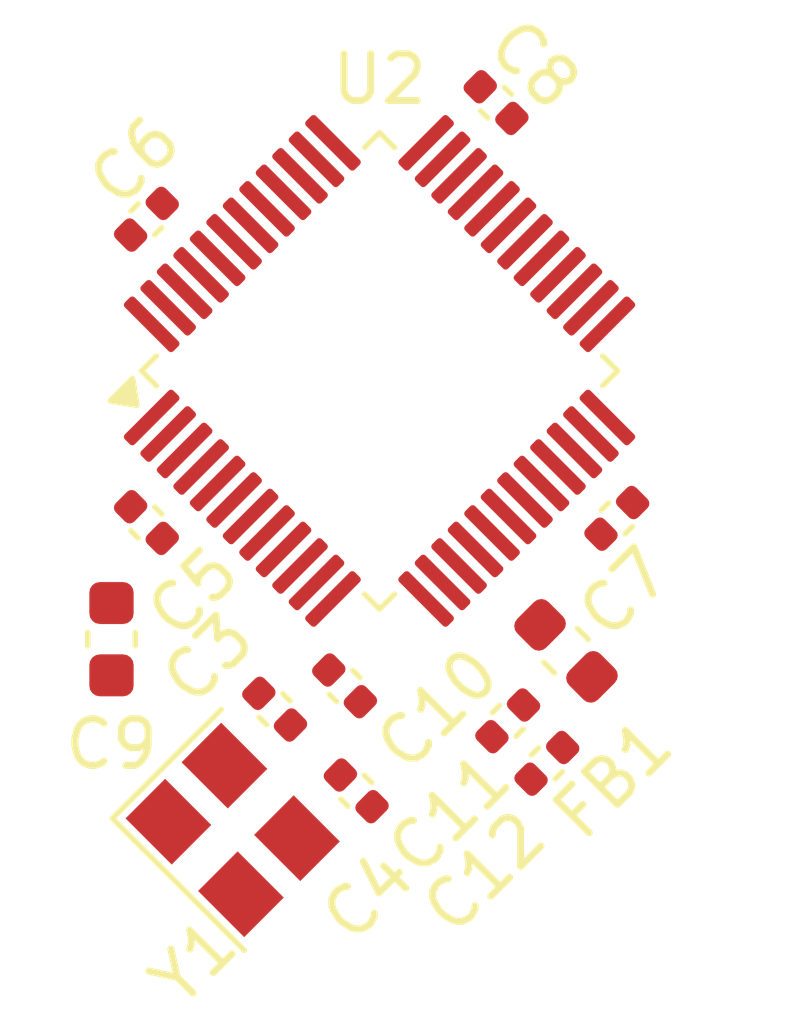
<source format=kicad_pcb>
(kicad_pcb (version 20221018) (generator pcbnew)
  (layers (0 "F.Cu" signal) (31 "B.Cu" power) (34 "B.Paste" user) (35 "F.Paste" user) (36 "B.SilkS" user "B.Silkscreen") (37 "F.SilkS" user "F.Silkscreen") (38 "B.Mask" user) (39 "F.Mask" user) (44 "Edge.Cuts" user))
  (net 0 "")
  (net 1 "GND")
  (net 2 "+3.3V")
  (net 3 "/HSE_IN")
  (net 4 "/HSE_OUT")
  (net 5 "+3.3VA")
  (net 6 "Net-(C12-Pad1)")
  (net 7 "/NRESET")
  (net 8 "/USB_D-")
  (net 9 "/USB_D+")
  (net 10 "/SWDIO")
  (net 11 "/SWCLK")
  (net 12 "/therm_read")
  (net 13 "/BOOT0")
  (net 14 "/comm_out_sw")
  (net 20 "/input")
  (net 23 "/read_mfc_sig.")
  (footprint "Crystal:Crystal_SMD_3225-4Pin_3.2x2.5mm" (layer "F.Cu") (at 28.159449 51.260285 -45)
    (fp_text reference "Y1" (at 1.4125 2.6 45) (layer "F.SilkS"))
    (fp_text value "16MHz")
    (fp_line (start -2 -1.65) (end -2 1.65) (stroke (width 0.12)) (layer "F.SilkS"))
    (fp_line (start -2 1.65) (end 2 1.65) (stroke (width 0.12)) (layer "F.SilkS"))
    (pad "1" smd rect (at -1.1 0.85 315) (size 1.4 1.2) (layers "F.Cu" "F.Paste" "F.Mask") (net 3 "/HSE_IN"))
    (pad "2" smd rect (at 1.1 0.85 315) (size 1.4 1.2) (layers "F.Cu" "F.Paste" "F.Mask") (net 1 "GND"))
    (pad "3" smd rect (at 1.1 -0.85 315) (size 1.4 1.2) (layers "F.Cu" "F.Paste" "F.Mask") (net 4 "/HSE_OUT"))
    (pad "4" smd rect (at -1.1 -0.85 315) (size 1.4 1.2) (layers "F.Cu" "F.Paste" "F.Mask") (net 1 "GND"))
  )
  (footprint "Capacitor_SMD:C_0402_1005Metric" (layer "F.Cu") (at 33.809449 35.672785 -45)
    (fp_text reference "C8" (at 0 -1.16 135) (layer "F.SilkS"))
    (fp_text value "100nF")
    (fp_line (start -0.107836 -0.36) (end 0.107836 -0.36) (stroke (width 0.12)) (layer "F.SilkS"))
    (fp_line (start -0.107836 0.36) (end 0.107836 0.36) (stroke (width 0.12)) (layer "F.SilkS"))
    (pad "1" smd roundrect (at -0.48 0 315) (size 0.56 0.62) (layers "F.Cu" "F.Paste" "F.Mask") (net 2 "+3.3V"))
    (pad "2" smd roundrect (at 0.48 0 315) (size 0.56 0.62) (layers "F.Cu" "F.Paste" "F.Mask") (net 1 "GND"))
  )
  (footprint "Package_QFP:LQFP-48_7x7mm_P0.5mm" (layer "F.Cu") (at 31.309449 41.422785 45)
    (fp_text reference "U2" (at 4.419417 -4.419417) (layer "F.SilkS"))
    (fp_text value "STM32F103C8T6")
    (fp_line (start -3.61 -3.61) (end -3.61 -3.16) (stroke (width 0.12)) (layer "F.SilkS"))
    (fp_line (start -3.61 3.61) (end -3.61 3.16) (stroke (width 0.12)) (layer "F.SilkS"))
    (fp_line (start -3.16 -3.61) (end -3.61 -3.61) (stroke (width 0.12)) (layer "F.SilkS"))
    (fp_line (start -3.16 3.61) (end -3.61 3.61) (stroke (width 0.12)) (layer "F.SilkS"))
    (fp_line (start 3.16 -3.61) (end 3.61 -3.61) (stroke (width 0.12)) (layer "F.SilkS"))
    (fp_line (start 3.16 3.61) (end 3.61 3.61) (stroke (width 0.12)) (layer "F.SilkS"))
    (fp_line (start 3.61 -3.61) (end 3.61 -3.16) (stroke (width 0.12)) (layer "F.SilkS"))
    (fp_line (start 3.61 3.61) (end 3.61 3.16) (stroke (width 0.12)) (layer "F.SilkS"))
    (fp_poly (pts (xy -4.2 -3.16) (xy -4.54 -3.63) (xy -3.86 -3.63) (xy -4.2 -3.16)) (stroke (width 0.12)) (fill solid) (layer "F.SilkS"))
    (pad "1" smd roundrect (at -4.1625 -2.75 45) (size 1.475 0.3) (layers "F.Cu" "F.Paste" "F.Mask") (net 2 "+3.3V"))
    (pad "2" smd roundrect (at -4.1625 -2.25 45) (size 1.475 0.3) (layers "F.Cu" "F.Paste" "F.Mask"))
    (pad "3" smd roundrect (at -4.1625 -1.75 45) (size 1.475 0.3) (layers "F.Cu" "F.Paste" "F.Mask"))
    (pad "4" smd roundrect (at -4.1625 -1.25 45) (size 1.475 0.3) (layers "F.Cu" "F.Paste" "F.Mask"))
    (pad "5" smd roundrect (at -4.1625 -0.75 45) (size 1.475 0.3) (layers "F.Cu" "F.Paste" "F.Mask") (net 3 "/HSE_IN"))
    (pad "6" smd roundrect (at -4.1625 -0.25 45) (size 1.475 0.3) (layers "F.Cu" "F.Paste" "F.Mask") (net 4 "/HSE_OUT"))
    (pad "7" smd roundrect (at -4.1625 0.25 45) (size 1.475 0.3) (layers "F.Cu" "F.Paste" "F.Mask") (net 7 "/NRESET"))
    (pad "8" smd roundrect (at -4.1625 0.75 45) (size 1.475 0.3) (layers "F.Cu" "F.Paste" "F.Mask") (net 1 "GND"))
    (pad "9" smd roundrect (at -4.1625 1.25 45) (size 1.475 0.3) (layers "F.Cu" "F.Paste" "F.Mask") (net 5 "+3.3VA"))
    (pad "10" smd roundrect (at -4.1625 1.75 45) (size 1.475 0.3) (layers "F.Cu" "F.Paste" "F.Mask"))
    (pad "11" smd roundrect (at -4.1625 2.25 45) (size 1.475 0.3) (layers "F.Cu" "F.Paste" "F.Mask") (net 14 "/comm_out_sw"))
    (pad "12" smd roundrect (at -4.1625 2.75 45) (size 1.475 0.3) (layers "F.Cu" "F.Paste" "F.Mask"))
    (pad "13" smd roundrect (at -2.75 4.1625 45) (size 0.3 1.475) (layers "F.Cu" "F.Paste" "F.Mask") (net 20 "/input"))
    (pad "14" smd roundrect (at -2.25 4.1625 45) (size 0.3 1.475) (layers "F.Cu" "F.Paste" "F.Mask"))
    (pad "15" smd roundrect (at -1.75 4.1625 45) (size 0.3 1.475) (layers "F.Cu" "F.Paste" "F.Mask"))
    (pad "16" smd roundrect (at -1.25 4.1625 45) (size 0.3 1.475) (layers "F.Cu" "F.Paste" "F.Mask") (net 23 "/read_mfc_sig."))
    (pad "17" smd roundrect (at -0.75 4.1625 45) (size 0.3 1.475) (layers "F.Cu" "F.Paste" "F.Mask") (net 12 "/therm_read"))
    (pad "18" smd roundrect (at -0.25 4.1625 45) (size 0.3 1.475) (layers "F.Cu" "F.Paste" "F.Mask"))
    (pad "19" smd roundrect (at 0.25 4.1625 45) (size 0.3 1.475) (layers "F.Cu" "F.Paste" "F.Mask"))
    (pad "20" smd roundrect (at 0.75 4.1625 45) (size 0.3 1.475) (layers "F.Cu" "F.Paste" "F.Mask"))
    (pad "21" smd roundrect (at 1.25 4.1625 45) (size 0.3 1.475) (layers "F.Cu" "F.Paste" "F.Mask"))
    (pad "22" smd roundrect (at 1.75 4.1625 45) (size 0.3 1.475) (layers "F.Cu" "F.Paste" "F.Mask"))
    (pad "23" smd roundrect (at 2.25 4.1625 45) (size 0.3 1.475) (layers "F.Cu" "F.Paste" "F.Mask") (net 1 "GND"))
    (pad "24" smd roundrect (at 2.75 4.1625 45) (size 0.3 1.475) (layers "F.Cu" "F.Paste" "F.Mask") (net 2 "+3.3V"))
    (pad "25" smd roundrect (at 4.1625 2.75 45) (size 1.475 0.3) (layers "F.Cu" "F.Paste" "F.Mask"))
    (pad "26" smd roundrect (at 4.1625 2.25 45) (size 1.475 0.3) (layers "F.Cu" "F.Paste" "F.Mask"))
    (pad "27" smd roundrect (at 4.1625 1.75 45) (size 1.475 0.3) (layers "F.Cu" "F.Paste" "F.Mask"))
    (pad "28" smd roundrect (at 4.1625 1.25 45) (size 1.475 0.3) (layers "F.Cu" "F.Paste" "F.Mask"))
    (pad "29" smd roundrect (at 4.1625 0.75 45) (size 1.475 0.3) (layers "F.Cu" "F.Paste" "F.Mask"))
    (pad "30" smd roundrect (at 4.1625 0.25 45) (size 1.475 0.3) (layers "F.Cu" "F.Paste" "F.Mask"))
    (pad "31" smd roundrect (at 4.1625 -0.25 45) (size 1.475 0.3) (layers "F.Cu" "F.Paste" "F.Mask"))
    (pad "32" smd roundrect (at 4.1625 -0.75 45) (size 1.475 0.3) (layers "F.Cu" "F.Paste" "F.Mask") (net 8 "/USB_D-"))
    (pad "33" smd roundrect (at 4.1625 -1.25 45) (size 1.475 0.3) (layers "F.Cu" "F.Paste" "F.Mask") (net 9 "/USB_D+"))
    (pad "34" smd roundrect (at 4.1625 -1.75 45) (size 1.475 0.3) (layers "F.Cu" "F.Paste" "F.Mask") (net 10 "/SWDIO"))
    (pad "35" smd roundrect (at 4.1625 -2.25 45) (size 1.475 0.3) (layers "F.Cu" "F.Paste" "F.Mask") (net 1 "GND"))
    (pad "36" smd roundrect (at 4.1625 -2.75 45) (size 1.475 0.3) (layers "F.Cu" "F.Paste" "F.Mask") (net 2 "+3.3V"))
    (pad "37" smd roundrect (at 2.75 -4.1625 45) (size 0.3 1.475) (layers "F.Cu" "F.Paste" "F.Mask") (net 11 "/SWCLK"))
    (pad "38" smd roundrect (at 2.25 -4.1625 45) (size 0.3 1.475) (layers "F.Cu" "F.Paste" "F.Mask"))
    (pad "39" smd roundrect (at 1.75 -4.1625 45) (size 0.3 1.475) (layers "F.Cu" "F.Paste" "F.Mask"))
    (pad "40" smd roundrect (at 1.25 -4.1625 45) (size 0.3 1.475) (layers "F.Cu" "F.Paste" "F.Mask"))
    (pad "41" smd roundrect (at 0.75 -4.1625 45) (size 0.3 1.475) (layers "F.Cu" "F.Paste" "F.Mask"))
    (pad "42" smd roundrect (at 0.25 -4.1625 45) (size 0.3 1.475) (layers "F.Cu" "F.Paste" "F.Mask"))
    (pad "43" smd roundrect (at -0.25 -4.1625 45) (size 0.3 1.475) (layers "F.Cu" "F.Paste" "F.Mask"))
    (pad "44" smd roundrect (at -0.75 -4.1625 45) (size 0.3 1.475) (layers "F.Cu" "F.Paste" "F.Mask") (net 13 "/BOOT0"))
    (pad "45" smd roundrect (at -1.25 -4.1625 45) (size 0.3 1.475) (layers "F.Cu" "F.Paste" "F.Mask"))
    (pad "46" smd roundrect (at -1.75 -4.1625 45) (size 0.3 1.475) (layers "F.Cu" "F.Paste" "F.Mask"))
    (pad "47" smd roundrect (at -2.25 -4.1625 45) (size 0.3 1.475) (layers "F.Cu" "F.Paste" "F.Mask") (net 1 "GND"))
    (pad "48" smd roundrect (at -2.75 -4.1625 45) (size 0.3 1.475) (layers "F.Cu" "F.Paste" "F.Mask") (net 2 "+3.3V"))
  )
  (footprint "Capacitor_SMD:C_0402_1005Metric" (layer "F.Cu") (at 30.809449 50.422785 135)
    (fp_text reference "C4" (at -1.767767 -1.414214 45) (layer "F.SilkS"))
    (fp_text value "10pF")
    (fp_line (start -0.107836 -0.36) (end 0.107836 -0.36) (stroke (width 0.12)) (layer "F.SilkS"))
    (fp_line (start -0.107836 0.36) (end 0.107836 0.36) (stroke (width 0.12)) (layer "F.SilkS"))
    (pad "1" smd roundrect (at -0.48 0 135) (size 0.56 0.62) (layers "F.Cu" "F.Paste" "F.Mask") (net 4 "/HSE_OUT"))
    (pad "2" smd roundrect (at 0.48 0 135) (size 0.56 0.62) (layers "F.Cu" "F.Paste" "F.Mask") (net 1 "GND"))
  )
  (footprint "Capacitor_SMD:C_0402_1005Metric" (layer "F.Cu") (at 29.059449 48.672785 135)
    (fp_text reference "C3" (at 1.77 -0.25 45) (layer "F.SilkS"))
    (fp_text value "10pF")
    (fp_line (start -0.107836 -0.36) (end 0.107836 -0.36) (stroke (width 0.12)) (layer "F.SilkS"))
    (fp_line (start -0.107836 0.36) (end 0.107836 0.36) (stroke (width 0.12)) (layer "F.SilkS"))
    (pad "1" smd roundrect (at -0.48 0 135) (size 0.56 0.62) (layers "F.Cu" "F.Paste" "F.Mask") (net 3 "/HSE_IN"))
    (pad "2" smd roundrect (at 0.48 0 135) (size 0.56 0.62) (layers "F.Cu" "F.Paste" "F.Mask") (net 1 "GND"))
  )
  (footprint "Capacitor_SMD:C_0402_1005Metric" (layer "F.Cu") (at 30.559449 48.172785 -45)
    (fp_text reference "C10" (at 1.767767 -1.06066 45) (layer "F.SilkS"))
    (fp_text value "10nF")
    (fp_line (start -0.107836 -0.36) (end 0.107836 -0.36) (stroke (width 0.12)) (layer "F.SilkS"))
    (fp_line (start -0.107836 0.36) (end 0.107836 0.36) (stroke (width 0.12)) (layer "F.SilkS"))
    (pad "1" smd roundrect (at -0.48 0 315) (size 0.56 0.62) (layers "F.Cu" "F.Paste" "F.Mask") (net 5 "+3.3VA"))
    (pad "2" smd roundrect (at 0.48 0 315) (size 0.56 0.62) (layers "F.Cu" "F.Paste" "F.Mask") (net 1 "GND"))
  )
  (footprint "Capacitor_SMD:C_0402_1005Metric" (layer "F.Cu") (at 34.059449 48.922785 -135)
    (fp_text reference "C11" (at 2.298097 -0.53033 45) (layer "F.SilkS"))
    (fp_text value "1uF")
    (fp_line (start -0.107836 -0.36) (end 0.107836 -0.36) (stroke (width 0.12)) (layer "F.SilkS"))
    (fp_line (start -0.107836 0.36) (end 0.107836 0.36) (stroke (width 0.12)) (layer "F.SilkS"))
    (pad "1" smd roundrect (at -0.48 0 225) (size 0.56 0.62) (layers "F.Cu" "F.Paste" "F.Mask") (net 5 "+3.3VA"))
    (pad "2" smd roundrect (at 0.48 0 225) (size 0.56 0.62) (layers "F.Cu" "F.Paste" "F.Mask") (net 1 "GND"))
  )
  (footprint "Capacitor_SMD:C_0402_1005Metric" (layer "F.Cu") (at 36.39886 44.583374 -135)
    (fp_text reference "C7" (at 1.01033 -1.237437 45) (layer "F.SilkS"))
    (fp_text value "100nF")
    (fp_line (start -0.107836 -0.36) (end 0.107836 -0.36) (stroke (width 0.12)) (layer "F.SilkS"))
    (fp_line (start -0.107836 0.36) (end 0.107836 0.36) (stroke (width 0.12)) (layer "F.SilkS"))
    (pad "1" smd roundrect (at -0.48 0 225) (size 0.56 0.62) (layers "F.Cu" "F.Paste" "F.Mask") (net 2 "+3.3V"))
    (pad "2" smd roundrect (at 0.48 0 225) (size 0.56 0.62) (layers "F.Cu" "F.Paste" "F.Mask") (net 1 "GND"))
  )
  (footprint "Capacitor_SMD:C_0402_1005Metric" (layer "F.Cu") (at 26.309449 38.172785 45)
    (fp_text reference "C6" (at 0.707107 -1.06066 45) (layer "F.SilkS"))
    (fp_text value "100nF")
    (fp_line (start -0.107836 -0.36) (end 0.107836 -0.36) (stroke (width 0.12)) (layer "F.SilkS"))
    (fp_line (start -0.107836 0.36) (end 0.107836 0.36) (stroke (width 0.12)) (layer "F.SilkS"))
    (pad "1" smd roundrect (at -0.48 0 45) (size 0.56 0.62) (layers "F.Cu" "F.Paste" "F.Mask") (net 2 "+3.3V"))
    (pad "2" smd roundrect (at 0.48 0 45) (size 0.56 0.62) (layers "F.Cu" "F.Paste" "F.Mask") (net 1 "GND"))
  )
  (footprint "Inductor_SMD:L_0603_1608Metric" (layer "F.Cu") (at 35.309449 47.422785 135)
    (fp_text reference "FB1" (at -2.65165 -1.237437 45) (layer "F.SilkS"))
    (fp_text value "120R")
    (fp_line (start -0.162779 -0.51) (end 0.162779 -0.51) (stroke (width 0.12)) (layer "F.SilkS"))
    (fp_line (start -0.162779 0.51) (end 0.162779 0.51) (stroke (width 0.12)) (layer "F.SilkS"))
    (pad "1" smd roundrect (at -0.7875 0 135) (size 0.875 0.95) (layers "F.Cu" "F.Paste" "F.Mask") (net 6 "Net-(C12-Pad1)"))
    (pad "2" smd roundrect (at 0.7875 0 135) (size 0.875 0.95) (layers "F.Cu" "F.Paste" "F.Mask") (net 5 "+3.3VA"))
  )
  (footprint "Capacitor_SMD:C_0402_1005Metric" (layer "F.Cu") (at 26.309449 44.672785 -45)
    (fp_text reference "C5" (at 1.767767 0.353553 45) (layer "F.SilkS"))
    (fp_text value "100nF")
    (fp_line (start -0.107836 -0.36) (end 0.107836 -0.36) (stroke (width 0.12)) (layer "F.SilkS"))
    (fp_line (start -0.107836 0.36) (end 0.107836 0.36) (stroke (width 0.12)) (layer "F.SilkS"))
    (pad "1" smd roundrect (at -0.48 0 315) (size 0.56 0.62) (layers "F.Cu" "F.Paste" "F.Mask") (net 2 "+3.3V"))
    (pad "2" smd roundrect (at 0.48 0 315) (size 0.56 0.62) (layers "F.Cu" "F.Paste" "F.Mask") (net 1 "GND"))
  )
  (footprint "Capacitor_SMD:C_0603_1608Metric" (layer "F.Cu") (at 25.559449 47.172785 -90)
    (fp_text reference "C9" (at 2.25 0 -180) (layer "F.SilkS"))
    (fp_text value "10uF")
    (fp_line (start -0.14058 -0.51) (end 0.14058 -0.51) (stroke (width 0.12)) (layer "F.SilkS"))
    (fp_line (start -0.14058 0.51) (end 0.14058 0.51) (stroke (width 0.12)) (layer "F.SilkS"))
    (pad "1" smd roundrect (at -0.775 0 270) (size 0.9 0.95) (layers "F.Cu" "F.Paste" "F.Mask") (net 2 "+3.3V"))
    (pad "2" smd roundrect (at 0.775 0 270) (size 0.9 0.95) (layers "F.Cu" "F.Paste" "F.Mask") (net 1 "GND"))
  )
  (footprint "Capacitor_SMD:C_0402_1005Metric" (layer "F.Cu") (at 34.89886 49.833374 -135)
    (fp_text reference "C12" (at 2.60132 -0.707107 45) (layer "F.SilkS"))
    (fp_text value "1uF")
    (fp_line (start -0.107836 -0.36) (end 0.107836 -0.36) (stroke (width 0.12)) (layer "F.SilkS"))
    (fp_line (start -0.107836 0.36) (end 0.107836 0.36) (stroke (width 0.12)) (layer "F.SilkS"))
    (pad "1" smd roundrect (at -0.48 0 225) (size 0.56 0.62) (layers "F.Cu" "F.Paste" "F.Mask") (net 6 "Net-(C12-Pad1)"))
    (pad "2" smd roundrect (at 0.48 0 225) (size 0.56 0.62) (layers "F.Cu" "F.Paste" "F.Mask") (net 1 "GND"))
  )
)
</source>
